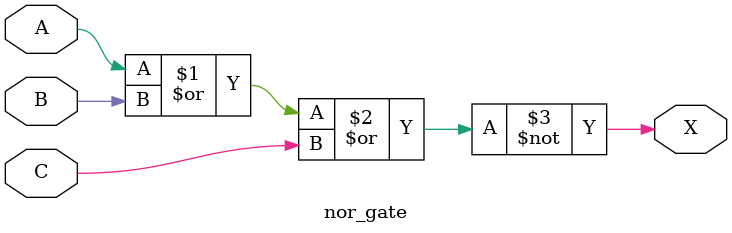
<source format=v>

module nor_gate(
    input wire A,   // Entrada A (1 bit)
    input wire B,
    input wire C,   // Entrada B (1 bit)
    output wire X   // Salida X (1 bit)
);
    //quiero hacer un assign de una compuerta nor , norAnorBnorC
    assign X = ~(A | B | C);
    //o lo que es lo mismo
    // assign X = (~A) & (~B) & (~C);


endmodule
</source>
